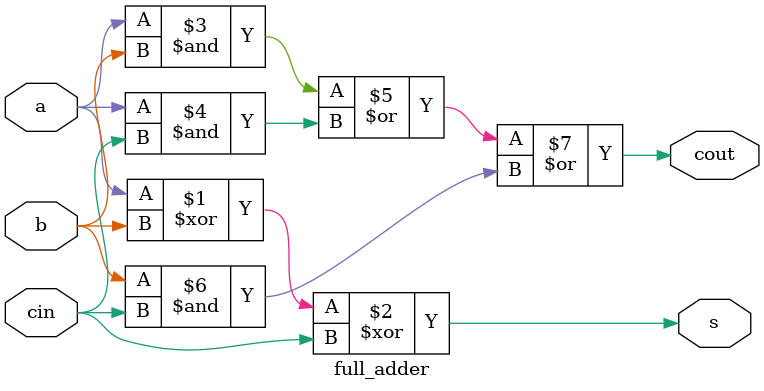
<source format=v>
module 
full_adder
(input 
a,b,cin,output
s,cout
);
assign s = a ^ b ^ 
cin
;
assign 
cout
= (a & b) | (a & 
cin
) | (b & 
cin
);
endmodule

</source>
